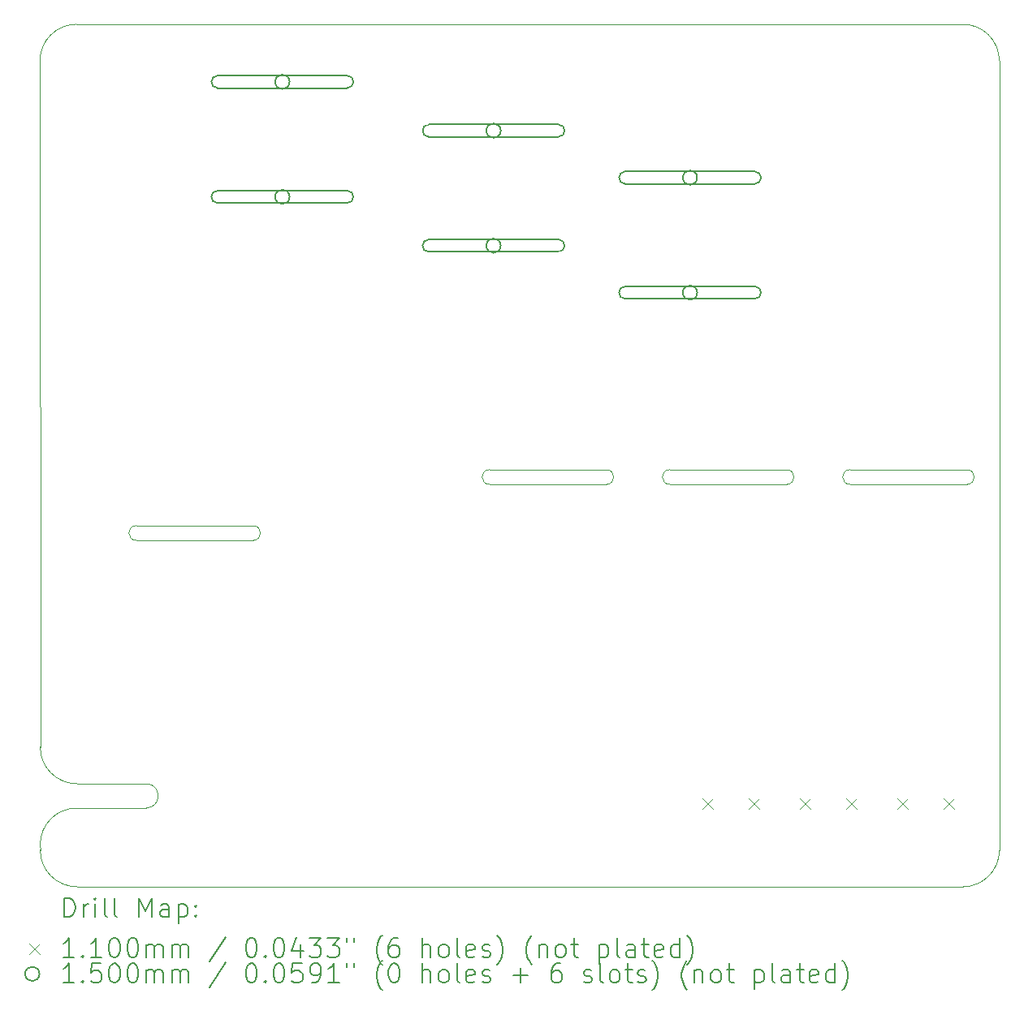
<source format=gbr>
%FSLAX45Y45*%
G04 Gerber Fmt 4.5, Leading zero omitted, Abs format (unit mm)*
G04 Created by KiCad (PCBNEW 6.0.4-6f826c9f35~116~ubuntu20.04.1) date 2022-05-05 18:34:53*
%MOMM*%
%LPD*%
G01*
G04 APERTURE LIST*
%TA.AperFunction,Profile*%
%ADD10C,0.100000*%
%TD*%
%ADD11C,0.200000*%
%ADD12C,0.110000*%
%ADD13C,0.150000*%
G04 APERTURE END LIST*
D10*
X17627600Y-9499600D02*
X16408400Y-9499600D01*
X19464592Y-13699592D02*
G75*
G03*
X19845592Y-13318592I-2J381002D01*
G01*
X15748000Y-9347200D02*
X14528800Y-9347200D01*
X12065000Y-9931400D02*
X10845800Y-9931400D01*
X10947400Y-12877800D02*
G75*
G03*
X10947400Y-12623800I0J127000D01*
G01*
X10845800Y-9931400D02*
G75*
G03*
X10845800Y-10083800I0J-76200D01*
G01*
X17627600Y-9499600D02*
G75*
G03*
X17627600Y-9347200I0J76200D01*
G01*
X17627600Y-9347200D02*
X16408400Y-9347200D01*
X19845592Y-13318592D02*
X19844852Y-5080000D01*
X19507200Y-9499600D02*
X18288000Y-9499600D01*
X16408400Y-9347200D02*
G75*
G03*
X16408400Y-9499600I0J-76200D01*
G01*
X10226408Y-12623592D02*
X10947400Y-12623800D01*
X9844408Y-13259408D02*
X9845408Y-13317592D01*
X14528800Y-9347200D02*
G75*
G03*
X14528800Y-9499600I0J-76200D01*
G01*
X12065000Y-10083800D02*
X10845800Y-10083800D01*
X15748000Y-9499600D02*
X14528800Y-9499600D01*
X15748000Y-9499600D02*
G75*
G03*
X15748000Y-9347200I0J76200D01*
G01*
X9842500Y-5080000D02*
X9845408Y-12242592D01*
X18288000Y-9347200D02*
G75*
G03*
X18288000Y-9499600I0J-76200D01*
G01*
X10223500Y-4699000D02*
G75*
G03*
X9842500Y-5080000I0J-381000D01*
G01*
X10225408Y-12878408D02*
G75*
G03*
X9844408Y-13259408I2J-381002D01*
G01*
X10226408Y-13698592D02*
X19464592Y-13699592D01*
X12065000Y-10083800D02*
G75*
G03*
X12065000Y-9931400I0J76200D01*
G01*
X19463852Y-4699000D02*
X10223500Y-4699000D01*
X10947400Y-12877800D02*
X10225408Y-12878408D01*
X19507200Y-9499600D02*
G75*
G03*
X19507200Y-9347200I0J76200D01*
G01*
X19507200Y-9347200D02*
X18288000Y-9347200D01*
X9845408Y-13317592D02*
G75*
G03*
X10226408Y-13698592I381002J2D01*
G01*
X9845408Y-12242592D02*
G75*
G03*
X10226408Y-12623592I381002J2D01*
G01*
X19844850Y-5080000D02*
G75*
G03*
X19463852Y-4699000I-381000J0D01*
G01*
D11*
D12*
X16748200Y-12774300D02*
X16858200Y-12884300D01*
X16858200Y-12774300D02*
X16748200Y-12884300D01*
X17228200Y-12774300D02*
X17338200Y-12884300D01*
X17338200Y-12774300D02*
X17228200Y-12884300D01*
X17764200Y-12774300D02*
X17874200Y-12884300D01*
X17874200Y-12774300D02*
X17764200Y-12884300D01*
X18244200Y-12774300D02*
X18354200Y-12884300D01*
X18354200Y-12774300D02*
X18244200Y-12884300D01*
X18780200Y-12774300D02*
X18890200Y-12884300D01*
X18890200Y-12774300D02*
X18780200Y-12884300D01*
X19260200Y-12774300D02*
X19370200Y-12884300D01*
X19370200Y-12774300D02*
X19260200Y-12884300D01*
D13*
X12444900Y-5299500D02*
G75*
G03*
X12444900Y-5299500I-75000J0D01*
G01*
D11*
X11694900Y-5364500D02*
X13044900Y-5364500D01*
X11694900Y-5234500D02*
X13044900Y-5234500D01*
X13044900Y-5364500D02*
G75*
G03*
X13044900Y-5234500I0J65000D01*
G01*
X11694900Y-5234500D02*
G75*
G03*
X11694900Y-5364500I0J-65000D01*
G01*
D13*
X12444900Y-6499500D02*
G75*
G03*
X12444900Y-6499500I-75000J0D01*
G01*
D11*
X11694900Y-6564500D02*
X13044900Y-6564500D01*
X11694900Y-6434500D02*
X13044900Y-6434500D01*
X13044900Y-6564500D02*
G75*
G03*
X13044900Y-6434500I0J65000D01*
G01*
X11694900Y-6434500D02*
G75*
G03*
X11694900Y-6564500I0J-65000D01*
G01*
D13*
X14646400Y-5809000D02*
G75*
G03*
X14646400Y-5809000I-75000J0D01*
G01*
D11*
X13896400Y-5874000D02*
X15246400Y-5874000D01*
X13896400Y-5744000D02*
X15246400Y-5744000D01*
X15246400Y-5874000D02*
G75*
G03*
X15246400Y-5744000I0J65000D01*
G01*
X13896400Y-5744000D02*
G75*
G03*
X13896400Y-5874000I0J-65000D01*
G01*
D13*
X14646400Y-7009000D02*
G75*
G03*
X14646400Y-7009000I-75000J0D01*
G01*
D11*
X13896400Y-7074000D02*
X15246400Y-7074000D01*
X13896400Y-6944000D02*
X15246400Y-6944000D01*
X15246400Y-7074000D02*
G75*
G03*
X15246400Y-6944000I0J65000D01*
G01*
X13896400Y-6944000D02*
G75*
G03*
X13896400Y-7074000I0J-65000D01*
G01*
D13*
X16694900Y-6299500D02*
G75*
G03*
X16694900Y-6299500I-75000J0D01*
G01*
D11*
X15944900Y-6364500D02*
X17294900Y-6364500D01*
X15944900Y-6234500D02*
X17294900Y-6234500D01*
X17294900Y-6364500D02*
G75*
G03*
X17294900Y-6234500I0J65000D01*
G01*
X15944900Y-6234500D02*
G75*
G03*
X15944900Y-6364500I0J-65000D01*
G01*
D13*
X16694900Y-7499500D02*
G75*
G03*
X16694900Y-7499500I-75000J0D01*
G01*
D11*
X15944900Y-7564500D02*
X17294900Y-7564500D01*
X15944900Y-7434500D02*
X17294900Y-7434500D01*
X17294900Y-7564500D02*
G75*
G03*
X17294900Y-7434500I0J65000D01*
G01*
X15944900Y-7434500D02*
G75*
G03*
X15944900Y-7564500I0J-65000D01*
G01*
X10095119Y-14015068D02*
X10095119Y-13815068D01*
X10142738Y-13815068D01*
X10171310Y-13824592D01*
X10190357Y-13843640D01*
X10199881Y-13862687D01*
X10209405Y-13900783D01*
X10209405Y-13929354D01*
X10199881Y-13967449D01*
X10190357Y-13986497D01*
X10171310Y-14005545D01*
X10142738Y-14015068D01*
X10095119Y-14015068D01*
X10295119Y-14015068D02*
X10295119Y-13881735D01*
X10295119Y-13919830D02*
X10304643Y-13900783D01*
X10314167Y-13891259D01*
X10333214Y-13881735D01*
X10352262Y-13881735D01*
X10418929Y-14015068D02*
X10418929Y-13881735D01*
X10418929Y-13815068D02*
X10409405Y-13824592D01*
X10418929Y-13834116D01*
X10428452Y-13824592D01*
X10418929Y-13815068D01*
X10418929Y-13834116D01*
X10542738Y-14015068D02*
X10523690Y-14005545D01*
X10514167Y-13986497D01*
X10514167Y-13815068D01*
X10647500Y-14015068D02*
X10628452Y-14005545D01*
X10618929Y-13986497D01*
X10618929Y-13815068D01*
X10876071Y-14015068D02*
X10876071Y-13815068D01*
X10942738Y-13957926D01*
X11009405Y-13815068D01*
X11009405Y-14015068D01*
X11190357Y-14015068D02*
X11190357Y-13910306D01*
X11180833Y-13891259D01*
X11161786Y-13881735D01*
X11123690Y-13881735D01*
X11104643Y-13891259D01*
X11190357Y-14005545D02*
X11171310Y-14015068D01*
X11123690Y-14015068D01*
X11104643Y-14005545D01*
X11095119Y-13986497D01*
X11095119Y-13967449D01*
X11104643Y-13948402D01*
X11123690Y-13938878D01*
X11171310Y-13938878D01*
X11190357Y-13929354D01*
X11285595Y-13881735D02*
X11285595Y-14081735D01*
X11285595Y-13891259D02*
X11304643Y-13881735D01*
X11342738Y-13881735D01*
X11361786Y-13891259D01*
X11371309Y-13900783D01*
X11380833Y-13919830D01*
X11380833Y-13976973D01*
X11371309Y-13996021D01*
X11361786Y-14005545D01*
X11342738Y-14015068D01*
X11304643Y-14015068D01*
X11285595Y-14005545D01*
X11466548Y-13996021D02*
X11476071Y-14005545D01*
X11466548Y-14015068D01*
X11457024Y-14005545D01*
X11466548Y-13996021D01*
X11466548Y-14015068D01*
X11466548Y-13891259D02*
X11476071Y-13900783D01*
X11466548Y-13910306D01*
X11457024Y-13900783D01*
X11466548Y-13891259D01*
X11466548Y-13910306D01*
D12*
X9727500Y-14289592D02*
X9837500Y-14399592D01*
X9837500Y-14289592D02*
X9727500Y-14399592D01*
D11*
X10199881Y-14435068D02*
X10085595Y-14435068D01*
X10142738Y-14435068D02*
X10142738Y-14235068D01*
X10123690Y-14263640D01*
X10104643Y-14282687D01*
X10085595Y-14292211D01*
X10285595Y-14416021D02*
X10295119Y-14425545D01*
X10285595Y-14435068D01*
X10276071Y-14425545D01*
X10285595Y-14416021D01*
X10285595Y-14435068D01*
X10485595Y-14435068D02*
X10371310Y-14435068D01*
X10428452Y-14435068D02*
X10428452Y-14235068D01*
X10409405Y-14263640D01*
X10390357Y-14282687D01*
X10371310Y-14292211D01*
X10609405Y-14235068D02*
X10628452Y-14235068D01*
X10647500Y-14244592D01*
X10657024Y-14254116D01*
X10666548Y-14273164D01*
X10676071Y-14311259D01*
X10676071Y-14358878D01*
X10666548Y-14396973D01*
X10657024Y-14416021D01*
X10647500Y-14425545D01*
X10628452Y-14435068D01*
X10609405Y-14435068D01*
X10590357Y-14425545D01*
X10580833Y-14416021D01*
X10571310Y-14396973D01*
X10561786Y-14358878D01*
X10561786Y-14311259D01*
X10571310Y-14273164D01*
X10580833Y-14254116D01*
X10590357Y-14244592D01*
X10609405Y-14235068D01*
X10799881Y-14235068D02*
X10818929Y-14235068D01*
X10837976Y-14244592D01*
X10847500Y-14254116D01*
X10857024Y-14273164D01*
X10866548Y-14311259D01*
X10866548Y-14358878D01*
X10857024Y-14396973D01*
X10847500Y-14416021D01*
X10837976Y-14425545D01*
X10818929Y-14435068D01*
X10799881Y-14435068D01*
X10780833Y-14425545D01*
X10771310Y-14416021D01*
X10761786Y-14396973D01*
X10752262Y-14358878D01*
X10752262Y-14311259D01*
X10761786Y-14273164D01*
X10771310Y-14254116D01*
X10780833Y-14244592D01*
X10799881Y-14235068D01*
X10952262Y-14435068D02*
X10952262Y-14301735D01*
X10952262Y-14320783D02*
X10961786Y-14311259D01*
X10980833Y-14301735D01*
X11009405Y-14301735D01*
X11028452Y-14311259D01*
X11037976Y-14330306D01*
X11037976Y-14435068D01*
X11037976Y-14330306D02*
X11047500Y-14311259D01*
X11066548Y-14301735D01*
X11095119Y-14301735D01*
X11114167Y-14311259D01*
X11123690Y-14330306D01*
X11123690Y-14435068D01*
X11218928Y-14435068D02*
X11218928Y-14301735D01*
X11218928Y-14320783D02*
X11228452Y-14311259D01*
X11247500Y-14301735D01*
X11276071Y-14301735D01*
X11295119Y-14311259D01*
X11304643Y-14330306D01*
X11304643Y-14435068D01*
X11304643Y-14330306D02*
X11314167Y-14311259D01*
X11333214Y-14301735D01*
X11361786Y-14301735D01*
X11380833Y-14311259D01*
X11390357Y-14330306D01*
X11390357Y-14435068D01*
X11780833Y-14225545D02*
X11609405Y-14482687D01*
X12037976Y-14235068D02*
X12057024Y-14235068D01*
X12076071Y-14244592D01*
X12085595Y-14254116D01*
X12095119Y-14273164D01*
X12104643Y-14311259D01*
X12104643Y-14358878D01*
X12095119Y-14396973D01*
X12085595Y-14416021D01*
X12076071Y-14425545D01*
X12057024Y-14435068D01*
X12037976Y-14435068D01*
X12018928Y-14425545D01*
X12009405Y-14416021D01*
X11999881Y-14396973D01*
X11990357Y-14358878D01*
X11990357Y-14311259D01*
X11999881Y-14273164D01*
X12009405Y-14254116D01*
X12018928Y-14244592D01*
X12037976Y-14235068D01*
X12190357Y-14416021D02*
X12199881Y-14425545D01*
X12190357Y-14435068D01*
X12180833Y-14425545D01*
X12190357Y-14416021D01*
X12190357Y-14435068D01*
X12323690Y-14235068D02*
X12342738Y-14235068D01*
X12361786Y-14244592D01*
X12371309Y-14254116D01*
X12380833Y-14273164D01*
X12390357Y-14311259D01*
X12390357Y-14358878D01*
X12380833Y-14396973D01*
X12371309Y-14416021D01*
X12361786Y-14425545D01*
X12342738Y-14435068D01*
X12323690Y-14435068D01*
X12304643Y-14425545D01*
X12295119Y-14416021D01*
X12285595Y-14396973D01*
X12276071Y-14358878D01*
X12276071Y-14311259D01*
X12285595Y-14273164D01*
X12295119Y-14254116D01*
X12304643Y-14244592D01*
X12323690Y-14235068D01*
X12561786Y-14301735D02*
X12561786Y-14435068D01*
X12514167Y-14225545D02*
X12466548Y-14368402D01*
X12590357Y-14368402D01*
X12647500Y-14235068D02*
X12771309Y-14235068D01*
X12704643Y-14311259D01*
X12733214Y-14311259D01*
X12752262Y-14320783D01*
X12761786Y-14330306D01*
X12771309Y-14349354D01*
X12771309Y-14396973D01*
X12761786Y-14416021D01*
X12752262Y-14425545D01*
X12733214Y-14435068D01*
X12676071Y-14435068D01*
X12657024Y-14425545D01*
X12647500Y-14416021D01*
X12837976Y-14235068D02*
X12961786Y-14235068D01*
X12895119Y-14311259D01*
X12923690Y-14311259D01*
X12942738Y-14320783D01*
X12952262Y-14330306D01*
X12961786Y-14349354D01*
X12961786Y-14396973D01*
X12952262Y-14416021D01*
X12942738Y-14425545D01*
X12923690Y-14435068D01*
X12866548Y-14435068D01*
X12847500Y-14425545D01*
X12837976Y-14416021D01*
X13037976Y-14235068D02*
X13037976Y-14273164D01*
X13114167Y-14235068D02*
X13114167Y-14273164D01*
X13409405Y-14511259D02*
X13399881Y-14501735D01*
X13380833Y-14473164D01*
X13371309Y-14454116D01*
X13361786Y-14425545D01*
X13352262Y-14377926D01*
X13352262Y-14339830D01*
X13361786Y-14292211D01*
X13371309Y-14263640D01*
X13380833Y-14244592D01*
X13399881Y-14216021D01*
X13409405Y-14206497D01*
X13571309Y-14235068D02*
X13533214Y-14235068D01*
X13514167Y-14244592D01*
X13504643Y-14254116D01*
X13485595Y-14282687D01*
X13476071Y-14320783D01*
X13476071Y-14396973D01*
X13485595Y-14416021D01*
X13495119Y-14425545D01*
X13514167Y-14435068D01*
X13552262Y-14435068D01*
X13571309Y-14425545D01*
X13580833Y-14416021D01*
X13590357Y-14396973D01*
X13590357Y-14349354D01*
X13580833Y-14330306D01*
X13571309Y-14320783D01*
X13552262Y-14311259D01*
X13514167Y-14311259D01*
X13495119Y-14320783D01*
X13485595Y-14330306D01*
X13476071Y-14349354D01*
X13828452Y-14435068D02*
X13828452Y-14235068D01*
X13914167Y-14435068D02*
X13914167Y-14330306D01*
X13904643Y-14311259D01*
X13885595Y-14301735D01*
X13857024Y-14301735D01*
X13837976Y-14311259D01*
X13828452Y-14320783D01*
X14037976Y-14435068D02*
X14018928Y-14425545D01*
X14009405Y-14416021D01*
X13999881Y-14396973D01*
X13999881Y-14339830D01*
X14009405Y-14320783D01*
X14018928Y-14311259D01*
X14037976Y-14301735D01*
X14066548Y-14301735D01*
X14085595Y-14311259D01*
X14095119Y-14320783D01*
X14104643Y-14339830D01*
X14104643Y-14396973D01*
X14095119Y-14416021D01*
X14085595Y-14425545D01*
X14066548Y-14435068D01*
X14037976Y-14435068D01*
X14218928Y-14435068D02*
X14199881Y-14425545D01*
X14190357Y-14406497D01*
X14190357Y-14235068D01*
X14371309Y-14425545D02*
X14352262Y-14435068D01*
X14314167Y-14435068D01*
X14295119Y-14425545D01*
X14285595Y-14406497D01*
X14285595Y-14330306D01*
X14295119Y-14311259D01*
X14314167Y-14301735D01*
X14352262Y-14301735D01*
X14371309Y-14311259D01*
X14380833Y-14330306D01*
X14380833Y-14349354D01*
X14285595Y-14368402D01*
X14457024Y-14425545D02*
X14476071Y-14435068D01*
X14514167Y-14435068D01*
X14533214Y-14425545D01*
X14542738Y-14406497D01*
X14542738Y-14396973D01*
X14533214Y-14377926D01*
X14514167Y-14368402D01*
X14485595Y-14368402D01*
X14466548Y-14358878D01*
X14457024Y-14339830D01*
X14457024Y-14330306D01*
X14466548Y-14311259D01*
X14485595Y-14301735D01*
X14514167Y-14301735D01*
X14533214Y-14311259D01*
X14609405Y-14511259D02*
X14618928Y-14501735D01*
X14637976Y-14473164D01*
X14647500Y-14454116D01*
X14657024Y-14425545D01*
X14666548Y-14377926D01*
X14666548Y-14339830D01*
X14657024Y-14292211D01*
X14647500Y-14263640D01*
X14637976Y-14244592D01*
X14618928Y-14216021D01*
X14609405Y-14206497D01*
X14971309Y-14511259D02*
X14961786Y-14501735D01*
X14942738Y-14473164D01*
X14933214Y-14454116D01*
X14923690Y-14425545D01*
X14914167Y-14377926D01*
X14914167Y-14339830D01*
X14923690Y-14292211D01*
X14933214Y-14263640D01*
X14942738Y-14244592D01*
X14961786Y-14216021D01*
X14971309Y-14206497D01*
X15047500Y-14301735D02*
X15047500Y-14435068D01*
X15047500Y-14320783D02*
X15057024Y-14311259D01*
X15076071Y-14301735D01*
X15104643Y-14301735D01*
X15123690Y-14311259D01*
X15133214Y-14330306D01*
X15133214Y-14435068D01*
X15257024Y-14435068D02*
X15237976Y-14425545D01*
X15228452Y-14416021D01*
X15218928Y-14396973D01*
X15218928Y-14339830D01*
X15228452Y-14320783D01*
X15237976Y-14311259D01*
X15257024Y-14301735D01*
X15285595Y-14301735D01*
X15304643Y-14311259D01*
X15314167Y-14320783D01*
X15323690Y-14339830D01*
X15323690Y-14396973D01*
X15314167Y-14416021D01*
X15304643Y-14425545D01*
X15285595Y-14435068D01*
X15257024Y-14435068D01*
X15380833Y-14301735D02*
X15457024Y-14301735D01*
X15409405Y-14235068D02*
X15409405Y-14406497D01*
X15418928Y-14425545D01*
X15437976Y-14435068D01*
X15457024Y-14435068D01*
X15676071Y-14301735D02*
X15676071Y-14501735D01*
X15676071Y-14311259D02*
X15695119Y-14301735D01*
X15733214Y-14301735D01*
X15752262Y-14311259D01*
X15761786Y-14320783D01*
X15771309Y-14339830D01*
X15771309Y-14396973D01*
X15761786Y-14416021D01*
X15752262Y-14425545D01*
X15733214Y-14435068D01*
X15695119Y-14435068D01*
X15676071Y-14425545D01*
X15885595Y-14435068D02*
X15866548Y-14425545D01*
X15857024Y-14406497D01*
X15857024Y-14235068D01*
X16047500Y-14435068D02*
X16047500Y-14330306D01*
X16037976Y-14311259D01*
X16018928Y-14301735D01*
X15980833Y-14301735D01*
X15961786Y-14311259D01*
X16047500Y-14425545D02*
X16028452Y-14435068D01*
X15980833Y-14435068D01*
X15961786Y-14425545D01*
X15952262Y-14406497D01*
X15952262Y-14387449D01*
X15961786Y-14368402D01*
X15980833Y-14358878D01*
X16028452Y-14358878D01*
X16047500Y-14349354D01*
X16114167Y-14301735D02*
X16190357Y-14301735D01*
X16142738Y-14235068D02*
X16142738Y-14406497D01*
X16152262Y-14425545D01*
X16171309Y-14435068D01*
X16190357Y-14435068D01*
X16333214Y-14425545D02*
X16314167Y-14435068D01*
X16276071Y-14435068D01*
X16257024Y-14425545D01*
X16247500Y-14406497D01*
X16247500Y-14330306D01*
X16257024Y-14311259D01*
X16276071Y-14301735D01*
X16314167Y-14301735D01*
X16333214Y-14311259D01*
X16342738Y-14330306D01*
X16342738Y-14349354D01*
X16247500Y-14368402D01*
X16514167Y-14435068D02*
X16514167Y-14235068D01*
X16514167Y-14425545D02*
X16495119Y-14435068D01*
X16457024Y-14435068D01*
X16437976Y-14425545D01*
X16428452Y-14416021D01*
X16418928Y-14396973D01*
X16418928Y-14339830D01*
X16428452Y-14320783D01*
X16437976Y-14311259D01*
X16457024Y-14301735D01*
X16495119Y-14301735D01*
X16514167Y-14311259D01*
X16590357Y-14511259D02*
X16599881Y-14501735D01*
X16618928Y-14473164D01*
X16628452Y-14454116D01*
X16637976Y-14425545D01*
X16647500Y-14377926D01*
X16647500Y-14339830D01*
X16637976Y-14292211D01*
X16628452Y-14263640D01*
X16618928Y-14244592D01*
X16599881Y-14216021D01*
X16590357Y-14206497D01*
D13*
X9837500Y-14608592D02*
G75*
G03*
X9837500Y-14608592I-75000J0D01*
G01*
D11*
X10199881Y-14699068D02*
X10085595Y-14699068D01*
X10142738Y-14699068D02*
X10142738Y-14499068D01*
X10123690Y-14527640D01*
X10104643Y-14546687D01*
X10085595Y-14556211D01*
X10285595Y-14680021D02*
X10295119Y-14689545D01*
X10285595Y-14699068D01*
X10276071Y-14689545D01*
X10285595Y-14680021D01*
X10285595Y-14699068D01*
X10476071Y-14499068D02*
X10380833Y-14499068D01*
X10371310Y-14594306D01*
X10380833Y-14584783D01*
X10399881Y-14575259D01*
X10447500Y-14575259D01*
X10466548Y-14584783D01*
X10476071Y-14594306D01*
X10485595Y-14613354D01*
X10485595Y-14660973D01*
X10476071Y-14680021D01*
X10466548Y-14689545D01*
X10447500Y-14699068D01*
X10399881Y-14699068D01*
X10380833Y-14689545D01*
X10371310Y-14680021D01*
X10609405Y-14499068D02*
X10628452Y-14499068D01*
X10647500Y-14508592D01*
X10657024Y-14518116D01*
X10666548Y-14537164D01*
X10676071Y-14575259D01*
X10676071Y-14622878D01*
X10666548Y-14660973D01*
X10657024Y-14680021D01*
X10647500Y-14689545D01*
X10628452Y-14699068D01*
X10609405Y-14699068D01*
X10590357Y-14689545D01*
X10580833Y-14680021D01*
X10571310Y-14660973D01*
X10561786Y-14622878D01*
X10561786Y-14575259D01*
X10571310Y-14537164D01*
X10580833Y-14518116D01*
X10590357Y-14508592D01*
X10609405Y-14499068D01*
X10799881Y-14499068D02*
X10818929Y-14499068D01*
X10837976Y-14508592D01*
X10847500Y-14518116D01*
X10857024Y-14537164D01*
X10866548Y-14575259D01*
X10866548Y-14622878D01*
X10857024Y-14660973D01*
X10847500Y-14680021D01*
X10837976Y-14689545D01*
X10818929Y-14699068D01*
X10799881Y-14699068D01*
X10780833Y-14689545D01*
X10771310Y-14680021D01*
X10761786Y-14660973D01*
X10752262Y-14622878D01*
X10752262Y-14575259D01*
X10761786Y-14537164D01*
X10771310Y-14518116D01*
X10780833Y-14508592D01*
X10799881Y-14499068D01*
X10952262Y-14699068D02*
X10952262Y-14565735D01*
X10952262Y-14584783D02*
X10961786Y-14575259D01*
X10980833Y-14565735D01*
X11009405Y-14565735D01*
X11028452Y-14575259D01*
X11037976Y-14594306D01*
X11037976Y-14699068D01*
X11037976Y-14594306D02*
X11047500Y-14575259D01*
X11066548Y-14565735D01*
X11095119Y-14565735D01*
X11114167Y-14575259D01*
X11123690Y-14594306D01*
X11123690Y-14699068D01*
X11218928Y-14699068D02*
X11218928Y-14565735D01*
X11218928Y-14584783D02*
X11228452Y-14575259D01*
X11247500Y-14565735D01*
X11276071Y-14565735D01*
X11295119Y-14575259D01*
X11304643Y-14594306D01*
X11304643Y-14699068D01*
X11304643Y-14594306D02*
X11314167Y-14575259D01*
X11333214Y-14565735D01*
X11361786Y-14565735D01*
X11380833Y-14575259D01*
X11390357Y-14594306D01*
X11390357Y-14699068D01*
X11780833Y-14489545D02*
X11609405Y-14746687D01*
X12037976Y-14499068D02*
X12057024Y-14499068D01*
X12076071Y-14508592D01*
X12085595Y-14518116D01*
X12095119Y-14537164D01*
X12104643Y-14575259D01*
X12104643Y-14622878D01*
X12095119Y-14660973D01*
X12085595Y-14680021D01*
X12076071Y-14689545D01*
X12057024Y-14699068D01*
X12037976Y-14699068D01*
X12018928Y-14689545D01*
X12009405Y-14680021D01*
X11999881Y-14660973D01*
X11990357Y-14622878D01*
X11990357Y-14575259D01*
X11999881Y-14537164D01*
X12009405Y-14518116D01*
X12018928Y-14508592D01*
X12037976Y-14499068D01*
X12190357Y-14680021D02*
X12199881Y-14689545D01*
X12190357Y-14699068D01*
X12180833Y-14689545D01*
X12190357Y-14680021D01*
X12190357Y-14699068D01*
X12323690Y-14499068D02*
X12342738Y-14499068D01*
X12361786Y-14508592D01*
X12371309Y-14518116D01*
X12380833Y-14537164D01*
X12390357Y-14575259D01*
X12390357Y-14622878D01*
X12380833Y-14660973D01*
X12371309Y-14680021D01*
X12361786Y-14689545D01*
X12342738Y-14699068D01*
X12323690Y-14699068D01*
X12304643Y-14689545D01*
X12295119Y-14680021D01*
X12285595Y-14660973D01*
X12276071Y-14622878D01*
X12276071Y-14575259D01*
X12285595Y-14537164D01*
X12295119Y-14518116D01*
X12304643Y-14508592D01*
X12323690Y-14499068D01*
X12571309Y-14499068D02*
X12476071Y-14499068D01*
X12466548Y-14594306D01*
X12476071Y-14584783D01*
X12495119Y-14575259D01*
X12542738Y-14575259D01*
X12561786Y-14584783D01*
X12571309Y-14594306D01*
X12580833Y-14613354D01*
X12580833Y-14660973D01*
X12571309Y-14680021D01*
X12561786Y-14689545D01*
X12542738Y-14699068D01*
X12495119Y-14699068D01*
X12476071Y-14689545D01*
X12466548Y-14680021D01*
X12676071Y-14699068D02*
X12714167Y-14699068D01*
X12733214Y-14689545D01*
X12742738Y-14680021D01*
X12761786Y-14651449D01*
X12771309Y-14613354D01*
X12771309Y-14537164D01*
X12761786Y-14518116D01*
X12752262Y-14508592D01*
X12733214Y-14499068D01*
X12695119Y-14499068D01*
X12676071Y-14508592D01*
X12666548Y-14518116D01*
X12657024Y-14537164D01*
X12657024Y-14584783D01*
X12666548Y-14603830D01*
X12676071Y-14613354D01*
X12695119Y-14622878D01*
X12733214Y-14622878D01*
X12752262Y-14613354D01*
X12761786Y-14603830D01*
X12771309Y-14584783D01*
X12961786Y-14699068D02*
X12847500Y-14699068D01*
X12904643Y-14699068D02*
X12904643Y-14499068D01*
X12885595Y-14527640D01*
X12866548Y-14546687D01*
X12847500Y-14556211D01*
X13037976Y-14499068D02*
X13037976Y-14537164D01*
X13114167Y-14499068D02*
X13114167Y-14537164D01*
X13409405Y-14775259D02*
X13399881Y-14765735D01*
X13380833Y-14737164D01*
X13371309Y-14718116D01*
X13361786Y-14689545D01*
X13352262Y-14641926D01*
X13352262Y-14603830D01*
X13361786Y-14556211D01*
X13371309Y-14527640D01*
X13380833Y-14508592D01*
X13399881Y-14480021D01*
X13409405Y-14470497D01*
X13523690Y-14499068D02*
X13542738Y-14499068D01*
X13561786Y-14508592D01*
X13571309Y-14518116D01*
X13580833Y-14537164D01*
X13590357Y-14575259D01*
X13590357Y-14622878D01*
X13580833Y-14660973D01*
X13571309Y-14680021D01*
X13561786Y-14689545D01*
X13542738Y-14699068D01*
X13523690Y-14699068D01*
X13504643Y-14689545D01*
X13495119Y-14680021D01*
X13485595Y-14660973D01*
X13476071Y-14622878D01*
X13476071Y-14575259D01*
X13485595Y-14537164D01*
X13495119Y-14518116D01*
X13504643Y-14508592D01*
X13523690Y-14499068D01*
X13828452Y-14699068D02*
X13828452Y-14499068D01*
X13914167Y-14699068D02*
X13914167Y-14594306D01*
X13904643Y-14575259D01*
X13885595Y-14565735D01*
X13857024Y-14565735D01*
X13837976Y-14575259D01*
X13828452Y-14584783D01*
X14037976Y-14699068D02*
X14018928Y-14689545D01*
X14009405Y-14680021D01*
X13999881Y-14660973D01*
X13999881Y-14603830D01*
X14009405Y-14584783D01*
X14018928Y-14575259D01*
X14037976Y-14565735D01*
X14066548Y-14565735D01*
X14085595Y-14575259D01*
X14095119Y-14584783D01*
X14104643Y-14603830D01*
X14104643Y-14660973D01*
X14095119Y-14680021D01*
X14085595Y-14689545D01*
X14066548Y-14699068D01*
X14037976Y-14699068D01*
X14218928Y-14699068D02*
X14199881Y-14689545D01*
X14190357Y-14670497D01*
X14190357Y-14499068D01*
X14371309Y-14689545D02*
X14352262Y-14699068D01*
X14314167Y-14699068D01*
X14295119Y-14689545D01*
X14285595Y-14670497D01*
X14285595Y-14594306D01*
X14295119Y-14575259D01*
X14314167Y-14565735D01*
X14352262Y-14565735D01*
X14371309Y-14575259D01*
X14380833Y-14594306D01*
X14380833Y-14613354D01*
X14285595Y-14632402D01*
X14457024Y-14689545D02*
X14476071Y-14699068D01*
X14514167Y-14699068D01*
X14533214Y-14689545D01*
X14542738Y-14670497D01*
X14542738Y-14660973D01*
X14533214Y-14641926D01*
X14514167Y-14632402D01*
X14485595Y-14632402D01*
X14466548Y-14622878D01*
X14457024Y-14603830D01*
X14457024Y-14594306D01*
X14466548Y-14575259D01*
X14485595Y-14565735D01*
X14514167Y-14565735D01*
X14533214Y-14575259D01*
X14780833Y-14622878D02*
X14933214Y-14622878D01*
X14857024Y-14699068D02*
X14857024Y-14546687D01*
X15266548Y-14499068D02*
X15228452Y-14499068D01*
X15209405Y-14508592D01*
X15199881Y-14518116D01*
X15180833Y-14546687D01*
X15171309Y-14584783D01*
X15171309Y-14660973D01*
X15180833Y-14680021D01*
X15190357Y-14689545D01*
X15209405Y-14699068D01*
X15247500Y-14699068D01*
X15266548Y-14689545D01*
X15276071Y-14680021D01*
X15285595Y-14660973D01*
X15285595Y-14613354D01*
X15276071Y-14594306D01*
X15266548Y-14584783D01*
X15247500Y-14575259D01*
X15209405Y-14575259D01*
X15190357Y-14584783D01*
X15180833Y-14594306D01*
X15171309Y-14613354D01*
X15514167Y-14689545D02*
X15533214Y-14699068D01*
X15571309Y-14699068D01*
X15590357Y-14689545D01*
X15599881Y-14670497D01*
X15599881Y-14660973D01*
X15590357Y-14641926D01*
X15571309Y-14632402D01*
X15542738Y-14632402D01*
X15523690Y-14622878D01*
X15514167Y-14603830D01*
X15514167Y-14594306D01*
X15523690Y-14575259D01*
X15542738Y-14565735D01*
X15571309Y-14565735D01*
X15590357Y-14575259D01*
X15714167Y-14699068D02*
X15695119Y-14689545D01*
X15685595Y-14670497D01*
X15685595Y-14499068D01*
X15818928Y-14699068D02*
X15799881Y-14689545D01*
X15790357Y-14680021D01*
X15780833Y-14660973D01*
X15780833Y-14603830D01*
X15790357Y-14584783D01*
X15799881Y-14575259D01*
X15818928Y-14565735D01*
X15847500Y-14565735D01*
X15866548Y-14575259D01*
X15876071Y-14584783D01*
X15885595Y-14603830D01*
X15885595Y-14660973D01*
X15876071Y-14680021D01*
X15866548Y-14689545D01*
X15847500Y-14699068D01*
X15818928Y-14699068D01*
X15942738Y-14565735D02*
X16018928Y-14565735D01*
X15971309Y-14499068D02*
X15971309Y-14670497D01*
X15980833Y-14689545D01*
X15999881Y-14699068D01*
X16018928Y-14699068D01*
X16076071Y-14689545D02*
X16095119Y-14699068D01*
X16133214Y-14699068D01*
X16152262Y-14689545D01*
X16161786Y-14670497D01*
X16161786Y-14660973D01*
X16152262Y-14641926D01*
X16133214Y-14632402D01*
X16104643Y-14632402D01*
X16085595Y-14622878D01*
X16076071Y-14603830D01*
X16076071Y-14594306D01*
X16085595Y-14575259D01*
X16104643Y-14565735D01*
X16133214Y-14565735D01*
X16152262Y-14575259D01*
X16228452Y-14775259D02*
X16237976Y-14765735D01*
X16257024Y-14737164D01*
X16266548Y-14718116D01*
X16276071Y-14689545D01*
X16285595Y-14641926D01*
X16285595Y-14603830D01*
X16276071Y-14556211D01*
X16266548Y-14527640D01*
X16257024Y-14508592D01*
X16237976Y-14480021D01*
X16228452Y-14470497D01*
X16590357Y-14775259D02*
X16580833Y-14765735D01*
X16561786Y-14737164D01*
X16552262Y-14718116D01*
X16542738Y-14689545D01*
X16533214Y-14641926D01*
X16533214Y-14603830D01*
X16542738Y-14556211D01*
X16552262Y-14527640D01*
X16561786Y-14508592D01*
X16580833Y-14480021D01*
X16590357Y-14470497D01*
X16666548Y-14565735D02*
X16666548Y-14699068D01*
X16666548Y-14584783D02*
X16676071Y-14575259D01*
X16695119Y-14565735D01*
X16723690Y-14565735D01*
X16742738Y-14575259D01*
X16752262Y-14594306D01*
X16752262Y-14699068D01*
X16876071Y-14699068D02*
X16857024Y-14689545D01*
X16847500Y-14680021D01*
X16837976Y-14660973D01*
X16837976Y-14603830D01*
X16847500Y-14584783D01*
X16857024Y-14575259D01*
X16876071Y-14565735D01*
X16904643Y-14565735D01*
X16923690Y-14575259D01*
X16933214Y-14584783D01*
X16942738Y-14603830D01*
X16942738Y-14660973D01*
X16933214Y-14680021D01*
X16923690Y-14689545D01*
X16904643Y-14699068D01*
X16876071Y-14699068D01*
X16999881Y-14565735D02*
X17076071Y-14565735D01*
X17028452Y-14499068D02*
X17028452Y-14670497D01*
X17037976Y-14689545D01*
X17057024Y-14699068D01*
X17076071Y-14699068D01*
X17295119Y-14565735D02*
X17295119Y-14765735D01*
X17295119Y-14575259D02*
X17314167Y-14565735D01*
X17352262Y-14565735D01*
X17371310Y-14575259D01*
X17380833Y-14584783D01*
X17390357Y-14603830D01*
X17390357Y-14660973D01*
X17380833Y-14680021D01*
X17371310Y-14689545D01*
X17352262Y-14699068D01*
X17314167Y-14699068D01*
X17295119Y-14689545D01*
X17504643Y-14699068D02*
X17485595Y-14689545D01*
X17476071Y-14670497D01*
X17476071Y-14499068D01*
X17666548Y-14699068D02*
X17666548Y-14594306D01*
X17657024Y-14575259D01*
X17637976Y-14565735D01*
X17599881Y-14565735D01*
X17580833Y-14575259D01*
X17666548Y-14689545D02*
X17647500Y-14699068D01*
X17599881Y-14699068D01*
X17580833Y-14689545D01*
X17571310Y-14670497D01*
X17571310Y-14651449D01*
X17580833Y-14632402D01*
X17599881Y-14622878D01*
X17647500Y-14622878D01*
X17666548Y-14613354D01*
X17733214Y-14565735D02*
X17809405Y-14565735D01*
X17761786Y-14499068D02*
X17761786Y-14670497D01*
X17771310Y-14689545D01*
X17790357Y-14699068D01*
X17809405Y-14699068D01*
X17952262Y-14689545D02*
X17933214Y-14699068D01*
X17895119Y-14699068D01*
X17876071Y-14689545D01*
X17866548Y-14670497D01*
X17866548Y-14594306D01*
X17876071Y-14575259D01*
X17895119Y-14565735D01*
X17933214Y-14565735D01*
X17952262Y-14575259D01*
X17961786Y-14594306D01*
X17961786Y-14613354D01*
X17866548Y-14632402D01*
X18133214Y-14699068D02*
X18133214Y-14499068D01*
X18133214Y-14689545D02*
X18114167Y-14699068D01*
X18076071Y-14699068D01*
X18057024Y-14689545D01*
X18047500Y-14680021D01*
X18037976Y-14660973D01*
X18037976Y-14603830D01*
X18047500Y-14584783D01*
X18057024Y-14575259D01*
X18076071Y-14565735D01*
X18114167Y-14565735D01*
X18133214Y-14575259D01*
X18209405Y-14775259D02*
X18218929Y-14765735D01*
X18237976Y-14737164D01*
X18247500Y-14718116D01*
X18257024Y-14689545D01*
X18266548Y-14641926D01*
X18266548Y-14603830D01*
X18257024Y-14556211D01*
X18247500Y-14527640D01*
X18237976Y-14508592D01*
X18218929Y-14480021D01*
X18209405Y-14470497D01*
M02*

</source>
